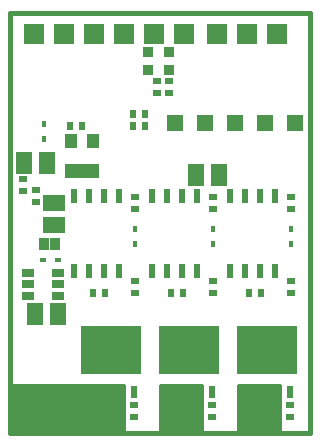
<source format=gts>
G04 (created by PCBNEW-RS274X (2012-01-19 BZR 3256)-stable) date 9/11/2012 11:00:16 PM*
G01*
G70*
G90*
%MOIN*%
G04 Gerber Fmt 3.4, Leading zero omitted, Abs format*
%FSLAX34Y34*%
G04 APERTURE LIST*
%ADD10C,0.001000*%
%ADD11C,0.015000*%
%ADD12R,0.052000X0.052000*%
%ADD13R,0.070000X0.070000*%
%ADD14R,0.040000X0.050000*%
%ADD15R,0.055000X0.075000*%
%ADD16R,0.075000X0.055000*%
%ADD17R,0.021700X0.017700*%
%ADD18R,0.017700X0.021700*%
%ADD19R,0.022000X0.047000*%
%ADD20R,0.041400X0.029600*%
%ADD21R,0.033000X0.033000*%
%ADD22R,0.198900X0.163400*%
%ADD23R,0.021700X0.043300*%
%ADD24R,0.027000X0.022000*%
%ADD25R,0.022000X0.027000*%
%ADD26R,0.035700X0.043600*%
%ADD27C,0.010000*%
G04 APERTURE END LIST*
G54D10*
G54D11*
X44016Y-40961D02*
X44016Y-54961D01*
X54016Y-40961D02*
X44016Y-40961D01*
X54016Y-54961D02*
X54016Y-40961D01*
X44016Y-54961D02*
X54016Y-54961D01*
G54D12*
X53516Y-44611D03*
X52516Y-44611D03*
X51516Y-44611D03*
X50516Y-44611D03*
X49516Y-44611D03*
G54D13*
X49816Y-41661D03*
X48816Y-41661D03*
X47816Y-41661D03*
X46816Y-41661D03*
X45816Y-41661D03*
X44816Y-41661D03*
X50916Y-41661D03*
X51916Y-41661D03*
X52916Y-41661D03*
G54D14*
X46041Y-46211D03*
X46791Y-46211D03*
X46041Y-45211D03*
X46416Y-46211D03*
X46791Y-45211D03*
G54D15*
X50221Y-46361D03*
X50971Y-46361D03*
X45241Y-45961D03*
X44491Y-45961D03*
G54D16*
X45496Y-48036D03*
X45496Y-47286D03*
G54D15*
X45611Y-50981D03*
X44861Y-50981D03*
G54D17*
X45120Y-49181D03*
X45632Y-49181D03*
G54D18*
X53400Y-48144D03*
X53400Y-48656D03*
X50800Y-48144D03*
X50800Y-48656D03*
X48200Y-48144D03*
X48200Y-48656D03*
X45166Y-44655D03*
X45166Y-45167D03*
G54D19*
X47650Y-49550D03*
X47150Y-49550D03*
X46650Y-49550D03*
X46150Y-49550D03*
X46150Y-47050D03*
X46650Y-47050D03*
X47150Y-47050D03*
X47650Y-47050D03*
X50250Y-49550D03*
X49750Y-49550D03*
X49250Y-49550D03*
X48750Y-49550D03*
X48750Y-47050D03*
X49250Y-47050D03*
X49750Y-47050D03*
X50250Y-47050D03*
X52850Y-49550D03*
X52350Y-49550D03*
X51850Y-49550D03*
X51350Y-49550D03*
X51350Y-47050D03*
X51850Y-47050D03*
X52350Y-47050D03*
X52850Y-47050D03*
G54D20*
X45616Y-49626D03*
X45616Y-50001D03*
X45616Y-50376D03*
X44616Y-50376D03*
X44616Y-50001D03*
X44616Y-49626D03*
G54D21*
X49316Y-42861D03*
X49316Y-42261D03*
X48616Y-42861D03*
X48616Y-42261D03*
G54D22*
X47400Y-52200D03*
G54D23*
X46652Y-53598D03*
X47144Y-53598D03*
X47656Y-53598D03*
X48148Y-53598D03*
G54D22*
X50000Y-52200D03*
G54D23*
X49252Y-53598D03*
X49744Y-53598D03*
X50256Y-53598D03*
X50748Y-53598D03*
G54D22*
X52600Y-52200D03*
G54D23*
X51852Y-53598D03*
X52344Y-53598D03*
X52856Y-53598D03*
X53348Y-53598D03*
G54D24*
X50800Y-47500D03*
X50800Y-47100D03*
X44456Y-46901D03*
X44456Y-46501D03*
X44896Y-47241D03*
X44896Y-46841D03*
G54D25*
X48116Y-44311D03*
X48516Y-44311D03*
G54D24*
X49316Y-43211D03*
X49316Y-43611D03*
X48916Y-43211D03*
X48916Y-43611D03*
G54D25*
X48116Y-44711D03*
X48516Y-44711D03*
G54D24*
X53400Y-47500D03*
X53400Y-47100D03*
X48200Y-47500D03*
X48200Y-47100D03*
X53400Y-50300D03*
X53400Y-49900D03*
X53366Y-54011D03*
X53366Y-54411D03*
X50800Y-50300D03*
X50800Y-49900D03*
X50766Y-54011D03*
X50766Y-54411D03*
X48200Y-50300D03*
X48200Y-49900D03*
X48166Y-54011D03*
X48166Y-54411D03*
G54D25*
X46016Y-44711D03*
X46416Y-44711D03*
X47200Y-50300D03*
X46800Y-50300D03*
X49800Y-50300D03*
X49400Y-50300D03*
X52400Y-50300D03*
X52000Y-50300D03*
G54D26*
X45159Y-48641D03*
X45513Y-48641D03*
G54D10*
G36*
X47816Y-54961D02*
X47816Y-53361D01*
X44016Y-53361D01*
X44016Y-54961D01*
X47816Y-54961D01*
X47816Y-54961D01*
G37*
G54D27*
X47816Y-54961D02*
X47816Y-53361D01*
X44016Y-53361D01*
X44016Y-54961D01*
X47816Y-54961D01*
G54D10*
G36*
X50416Y-54961D02*
X50416Y-53361D01*
X49016Y-53361D01*
X49016Y-54961D01*
X50416Y-54961D01*
X50416Y-54961D01*
G37*
G54D27*
X50416Y-54961D02*
X50416Y-53361D01*
X49016Y-53361D01*
X49016Y-54961D01*
X50416Y-54961D01*
G54D10*
G36*
X53016Y-54961D02*
X53016Y-53361D01*
X51616Y-53361D01*
X51616Y-54961D01*
X53016Y-54961D01*
X53016Y-54961D01*
G37*
G54D27*
X53016Y-54961D02*
X53016Y-53361D01*
X51616Y-53361D01*
X51616Y-54961D01*
X53016Y-54961D01*
M02*

</source>
